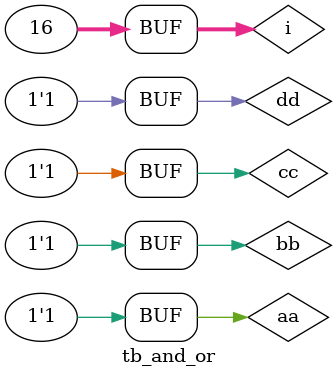
<source format=v>
module tb_and_or();
reg  aa ;
reg  bb ;
reg  cc ;
reg  dd ;
wire ee ;

and_or u_and_or	 (.a (aa ),
				 .b (bb ),
				 .c (cc ),
				 .d (dd ),
				 .e (ee ));
						 

//bus function model 
integer i;

initial begin

  for (i=0;i<16;i=i+1) begin
    {aa,bb,cc,dd}=i[3:0];
	//because i:0-15 and leading to 0-2^32-1
    #10;
  end
end
endmodule

</source>
